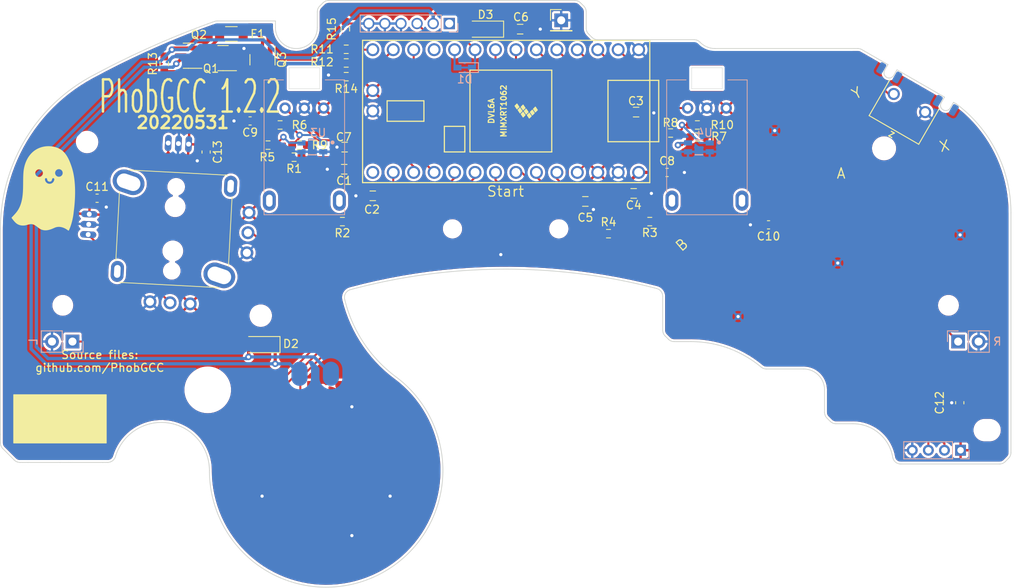
<source format=kicad_pcb>
(kicad_pcb (version 20211014) (generator pcbnew)
  (layers (0 "F.Cu" signal) (31 "B.Cu" signal) (36 "B.SilkS" user "B.Silkscreen") (37 "F.SilkS" user "F.Silkscreen") (38 "B.Mask" user) (39 "F.Mask" user) (44 "Edge.Cuts" user))
  (net 0 "")
  (net 1 "GND")
  (net 2 "+3V3")
  (net 3 "/C_x")
  (net 4 "/C_y")
  (net 5 "/A")
  (net 6 "/B")
  (net 7 "/X")
  (net 8 "/Y")
  (net 9 "/R")
  (net 10 "/Start")
  (net 11 "/Z")
  (net 12 "/Dleft")
  (net 13 "/Dup")
  (net 14 "/Dright")
  (net 15 "/Ddown")
  (net 16 "/Lanalog")
  (net 17 "/Ranalog")
  (net 18 "/Stick_x")
  (net 19 "/Stick_y")
  (net 20 "/L")
  (net 21 "/Stick_x_filt")
  (net 22 "/Stick_y_filt")
  (net 23 "+5V")
  (net 25 "/Rumble")
  (net 27 "/C_x_filt")
  (net 28 "/C_y_filt")
  (net 29 "Net-(R5-Pad2)")
  (net 30 "Net-(R6-Pad2)")
  (net 31 "Net-(R7-Pad2)")
  (net 32 "Net-(Q1-Pad1)")
  (net 33 "Net-(R10-Pad2)")
  (net 34 "Net-(C6-Pad1)")
  (net 35 "Net-(F1-Pad2)")
  (net 36 "Net-(Q1-Pad3)")
  (net 37 "/Brake")
  (net 38 "Net-(Q3-Pad1)")
  (net 39 "Net-(D2-Pad2)")
  (net 40 "/Data")
  (footprint "PhobGCC_Footprints:ABXY_Contact_Omron_Switch" (layer "F.Cu") (at 126.4 62.005417 41)
    (fp_text reference "SW2" hide)
    (fp_text value "B")
  )
  (footprint "Capacitors_SMD:C_0603_HandSoldering" (layer "F.Cu") (at 80.3 46.955417 180)
    (fp_text reference "C1")
    (fp_text value "0.047u")
  )
  (footprint "PhobGCC_Footprints:MountingHole_2.4mm" (layer "F.Cu") (at 147.35 44.355417)
    (fp_text reference "H7" hide)
    (fp_text value "2.4mm")
  )
  (footprint "PhobGCC_Footprints:Slot" (layer "F.Cu") (at 160.15 79.355417)
    (fp_text reference "H2" hide)
    (fp_text value "Slot")
  )
  (footprint "Resistor_SMD:R_0603_1608Metric_Pad0.98x0.95mm_HandSolder" (layer "F.Cu") (at 80.45 29.542917 -90)
    (fp_text reference "R15")
    (fp_text value "10k")
  )
  (footprint "Capacitor_SMD:C_0603_1608Metric_Pad1.08x0.95mm_HandSolder" (layer "F.Cu") (at 133 53.855417 180)
    (fp_text reference "C10")
    (fp_text value "1u")
  )
  (footprint "PhobGCC_Footprints:Z_Switch_Edge" (layer "F.Cu") (at 150.501443 38.730417 -30)
    (fp_text reference "SW8" hide)
    (fp_text value "Z")
  )
  (footprint "Resistor_SMD:R_1206_3216Metric" (layer "F.Cu") (at 66.2875 30.155417)
    (fp_text reference "F1")
    (fp_text value "Fuse")
  )
  (footprint "Capacitors_SMD:C_0603_HandSoldering" (layer "F.Cu") (at 83.85 50.255417 180)
    (fp_text reference "C2")
    (fp_text value "0.047u")
  )
  (footprint "PhobGCC_Footprints:Teensy40_Edge_Pins" (layer "F.Cu") (at 100.36 39.725417 180)
    (fp_text reference "U1" hide)
    (fp_text value "Teensy4.0")
  )
  (footprint "Capacitors_SMD:C_0603_HandSoldering" (layer "F.Cu") (at 80.35 44.205417 180)
    (fp_text reference "C7")
    (fp_text value "0.047u")
  )
  (footprint "Resistor_SMD:R_0603_1608Metric_Pad0.98x0.95mm_HandSolder" (layer "F.Cu") (at 80.55 35.455417)
    (fp_text reference "R14")
    (fp_text value "10k")
  )
  (footprint "Diode_SMD:D_SOD-123" (layer "F.Cu") (at 97.847 29.555417 180)
    (fp_text reference "D3")
    (fp_text value "M7C")
  )
  (footprint "PhobGCC_Footprints:MountingHole_2.2mm" (layer "F.Cu") (at 69.933378 65.138795)
    (fp_text reference "H9" hide)
    (fp_text value "2.2mm")
  )
  (footprint "PhobGCC_Footprints:ABXY_Contact_Omron_Switch" (layer "F.Cu") (at 155.9 50.905417 12)
    (fp_text reference "SW3" hide)
    (fp_text value "X")
  )
  (footprint "Capacitor_SMD:C_0603_1608Metric_Pad1.08x0.95mm_HandSolder" (layer "F.Cu") (at 49.6125 50.555417)
    (fp_text reference "C11")
    (fp_text value "1u")
  )
  (footprint "Resistor_SMD:R_0603_1608Metric_Pad0.98x0.95mm_HandSolder" (layer "F.Cu") (at 80.55 32.055417 180)
    (fp_text reference "R11")
    (fp_text value "100R")
  )
  (footprint "PhobGCC_Footprints:ABXY_Contact_Omron_Switch" (layer "F.Cu") (at 137.6 40.205417 -63)
    (fp_text reference "SW4" hide)
    (fp_text value "Y")
  )
  (footprint "PhobGCC_Footprints:Dpad_Contact_TL3315NF_2" (layer "F.Cu") (at 78.05 92.305417 -90)
    (fp_text reference "SW12" hide)
    (fp_text value "Ddown" hide)
  )
  (footprint "Resistor_SMD:R_0603_1608Metric_Pad0.98x0.95mm_HandSolder" (layer "F.Cu") (at 72.3375 41.455417)
    (fp_text reference "R6")
    (fp_text value "DNP")
  )
  (footprint "PhobGCC_Footprints:ABXY_Contact_Omron_Switch" (layer "F.Cu") (at 141.6 54.305417)
    (fp_text reference "SW1" hide)
    (fp_text value "A")
  )
  (footprint "Capacitors_SMD:C_0603_HandSoldering" (layer "F.Cu") (at 116.55 39.855417)
    (fp_text reference "C3")
    (fp_text value "0.047u")
  )
  (footprint "Resistor_SMD:R_0603_1608Metric_Pad0.98x0.95mm_HandSolder" (layer "F.Cu") (at 80.55 33.755417 180)
    (fp_text reference "R12")
    (fp_text value "100R")
  )
  (footprint "Diode_SMD:D_SOD-123" (layer "F.Cu") (at 70.08 68.735417 180)
    (fp_text reference "D2")
    (fp_text value "M7C")
  )
  (footprint "PhobGCC_Footprints:Dpad_Contact_TL3315NF_2" (layer "F.Cu") (at 86 84.355417 180)
    (fp_text reference "SW11" hide)
    (fp_text value "Dright" hide)
  )
  (footprint "Resistor_SMD:R_0603_1608Metric_Pad0.98x0.95mm_HandSolder" (layer "F.Cu") (at 74.75 43.955417)
    (fp_text reference "R9")
    (fp_text value "DNP")
  )
  (footprint "Resistor_SMD:R_0603_1608Metric_Pad0.98x0.95mm_HandSolder" (layer "F.Cu") (at 70.8375 43.955417)
    (fp_text reference "R5")
    (fp_text value "DNP")
  )
  (footprint "Resistor_SMD:R_0603_1608Metric_Pad0.98x0.95mm_HandSolder" (layer "F.Cu") (at 113.125 54.955417)
    (fp_text reference "R4")
    (fp_text value "2k")
  )
  (footprint "Resistor_SMD:R_0603_1608Metric_Pad0.98x0.95mm_HandSolder" (layer "F.Cu") (at 124.1625 42.955417 180)
    (fp_text reference "R7")
    (fp_text value "DNP")
  )
  (footprint "Capacitor_SMD:C_0603_1608Metric_Pad1.08x0.95mm_HandSolder" (layer "F.Cu") (at 68.6125 40.955417 180)
    (fp_text reference "C9")
    (fp_text value "1u")
  )
  (footprint "PhobGCC_Footprints:Dpad_Contact_TL3315NF_2" (layer "F.Cu") (at 70.1 84.355417 180)
    (fp_text reference "SW9" hide)
    (fp_text value "Dleft" hide)
  )
  (footprint "Package_TO_SOT_SMD:SOT-23" (layer "F.Cu") (at 65.25 33.155417 180)
    (fp_text reference "Q1")
    (fp_text value "Q_NMOS_GSD")
  )
  (footprint "Connector_PinHeader_2.54mm:PinHeader_1x01_P2.54mm_Vertical" (layer "F.Cu") (at 107.25 28.455417)
    (fp_text reference "J3" hide)
    (fp_text value "Conn_01x01_Male")
  )
  (footprint "PhobGCC_Footprints:Start_Contact" (layer "F.Cu") (at 100.35 54.405417)
    (fp_text reference "SW5" hide)
    (fp_text value "Start")
  )
  (footprint "Capacitor_SMD:C_0603_1608Metric_Pad1.08x0.95mm_HandSolder" (layer "F.Cu") (at 63.15 44.817917 -90)
    (fp_text reference "C13")
    (fp_text value "1u")
  )
  (footprint "Package_TO_SOT_SMD:SOT-23" (layer "F.Cu") (at 60.95 32.855417 180)
    (fp_text reference "Q2")
    (fp_text value "Q_PMOS_GDS")
  )
  (footprint "Resistor_SMD:R_0603_1608Metric_Pad0.98x0.95mm_HandSolder" (layer "F.Cu") (at 124.1625 41.455417 180)
    (fp_text reference "R10")
    (fp_text value "DNP")
  )
  (footprint "PhobGCC_Footprints:MountingHole_5.2mm" (layer "F.Cu") (at 63.35 74.355417)
    (fp_text reference "H1" hide)
    (fp_text value "5.2mm")
  )
  (footprint "PhobGCC_Footprints:MountingHole_2.0mm" (layer "F.Cu") (at 45.35 63.855417)
    (fp_text reference "H3" hide)
    (fp_text value "2mm")
  )
  (footprint "PhobGCC_Footprints:MountingHole_2.2mm" (layer "F.Cu") (at 48.366622 43.572038)
    (fp_text reference "H8" hide)
    (fp_text value "2.2mm")
  )
  (footprint "PhobGCC_Footprints:GCC_Stickbox_2" (layer "F.Cu") (at 59.155083 54.353649 -3)
    (fp_text reference "U2" hide)
    (fp_text value "2x DRV5053CAQLPGM Hall Effect Sensors")
  )
  (footprint "Package_TO_SOT_SMD:SOT-23" (layer "F.Cu") (at 70.15 33.355417 -90)
    (fp_text reference "Q3")
    (fp_text value "Q_NMOS_GSD")
  )
  (footprint "PhobGCC_Footprints:Ghost Logo 2" (layer "F.Cu") (at 43.15 49.455417)
    (fp_text reference "G***" hide)
    (fp_text value "LOGO" hide)
  )
  (footprint "Capacitors_SMD:C_0603_HandSoldering" (layer "F.Cu") (at 110.25 50.955417)
    (fp_text reference "C5")
    (fp_text value "0.047u")
  )
  (footprint "PhobGCC_Footprints:MountingHole_2.0mm" (layer "F.Cu") (at 155.35 63.855417)
    (fp_text reference "H4" hide)
    (fp_text value "2mm")
  )
  (footprint "Resistor_SMD:R_0603_1608Metric_Pad0.98x0.95mm_HandSolder" (layer "F.Cu") (at 74.075 45.455417 180)
    (fp_text reference "R1")
    (fp_text value "2k")
  )
  (footprint "Resistor_SMD:R_0603_1608Metric_Pad0.98x0.95mm_HandSolder" (layer "F.Cu") (at 118.25 53.455417)
    (fp_text reference "R3")
    (fp_text value "2k")
  )
  (footprint "Capacitors_SMD:C_0603_HandSoldering" (layer "F.Cu") (at 116.25 49.955417)
    (fp_text reference "C4")
    (fp_text value "0.047u")
  )
  (footprint "Resistor_SMD:R_0603_1608Metric_Pad0.98x0.95mm_HandSolder" (layer "F.Cu") (at 57.95 33.855417 90)
    (fp_text reference "R13")
    (fp_text value "10k")
  )
  (footprint "Capacitor_SMD:C_0603_1608Metric_Pad1.08x0.95mm_HandSolder" (layer "F.Cu") (at 120.4 47.355417)
    (fp_text reference "C8")
    (fp_text value "1u")
  )
  (footprint "Capacitor_SMD:C_0603_1608Metric_Pad1.08x0.95mm_HandSolder" (layer "F.Cu") (at 156.75 75.955417 90)
    (fp_text reference "C12")
    (fp_text value "1u")
  )
  (footprint "Resistor_SMD:R_0603_1608Metric_Pad0.98x0.95mm_HandSolder" (layer "F.Cu") (at 80.075 53.455417 180)
    (fp_text reference "R2")
    (fp_text value "2k")
  )
  (footprint "PhobGCC_Footprints:Dpad_Contact_TL3315NF_2" (layer "F.Cu") (at 78.05 76.405417 -90)
    (fp_text reference "SW10" hide)
    (fp_text value "Dup" hide)
  )
  (footprint "Capacitors_SMD:C_0603_HandSoldering" (layer "F.Cu") (at 102.15 29.555417)
    (fp_text reference "C6")
    (fp_text value "10u")
  )
  (footprint "PhobGCC_Footprints:MountingHole_1.8mm" (layer "F.Cu") (at 106.95 54.355417)
    (fp_text reference "H6" hide)
    (fp_text value "1.8mm")
  )
  (footprint "Resistor_SMD:R_0603_1608Metric_Pad0.98x0.95mm_HandSolder" (layer "F.Cu") (at 120.8375 42.455417 180)
    (fp_text reference "R8")
    (fp_text value "DNP")
  )
  (footprint "PhobGCC_Footprints:MountingHole_1.8mm" (layer "F.Cu") (at 93.75 54.355417)
    (fp_text reference "H5" hide)
    (fp_text value "1.8mm")
  )
  (footprint "PhobGCC_Footprints:GCC_Header_Straight_1x06_Pitch2.00mm" (layer "B.Cu") (at 93.35 28.855417 90)
    (fp_text reference "J1" hide)
    (fp_text value "Conn_01x06_Female")
  )
  (footprint "PhobGCC_Footprints:GCC_Slider" (layer "B.Cu") (at 125.35 39.355417 180)
    (fp_text reference "RV2" hide)
    (fp_text value "R_POT_MountingPin")
  )
  (footprint "PhobGCC_Footprints:Pin_Header_Straight_1x02_Pitch2.54mm" (layer "B.Cu") (at 75.542 72.343417 -90)
    (fp_text reference "J5" hide)
    (fp_text value "Conn_01x02_Male" hide)
  )
  (footprint "PhobGCC_Footprints:GCC_Slider" (layer "B.Cu") (at 75.35 39.355417 180)
    (fp_text reference "RV1" hide)
    (fp_text value "R_POT_MountingPin")
  )
  (footprint "PhobGCC_Footprints:Sharp_Microelectronics-GP2S60-MFG" (layer "B.Cu") (at 76.35 44.230417 180)
    (fp_text reference "U3")
    (fp_text value "GP2S60-MFG" hide)
  )
  (footprint "PhobGCC_Footprints:Sharp_Microelectronics-GP2S60-MFG" (layer "B.Cu") (at 124.35 44.230417 180)
    (fp_text reference "U4")
    (fp_text value "GP2S60-MFG" hide)
  )
  (footprint "PhobGCC_Footprints:D_SOD-523_Shorted" (layer "B.Cu") (at 95.267 34.330417 180)
    (fp_text reference "D1")
    (fp_text value "D_Schottky_Shorted")
  )
  (footprint "PhobGCC_Footprints:Pin_Header_Straight_1x02_Pitch2.54mm" (layer "B.Cu") (at 156.55 68.355417 -90)
    (fp_text reference "SW7" hide)
    (fp_text value "R")
  )
  (footprint "Pin_Headers:Pin_Header_Straight_1x04_Pitch2.00mm" (layer "B.Cu") (at 156.85 81.855417 90)
    (fp_text reference "J2" hide)
    (fp_text value "Conn_01x04_Female")
  )
  (footprint "PhobGCC_Footprints:Pin_Header_Straight_1x02_Pitch2.54mm" (layer "B.Cu") (at 46.55 68.355417 90)
    (fp_text reference "SW6" hide)
    (fp_text value "L")
  )
  (gr_poly (pts (xy 50.75 80.955417) (xy 39.25 80.955417) (xy 39.25 74.955417) (xy 50.75 74.955417)) (layer "F.SilkS") (width 0.1) (fill solid))
  (gr_line (start 71.757106 29.362524) (end 71.757106 28.535532) (layer "Edge.Cuts") (width 0.1))
  (gr_arc (start 120.149999 67.655417) (mid 119.93321 67.330997) (end 119.857106 66.94831) (layer "Edge.Cuts") (width 0.1))
  (gr_line (start 110.357106 29.449792) (end 110.357106 27.40638) (layer "Edge.Cuts") (width 0.1))
  (gr_line (start 119.857106 62.736714) (end 119.857106 66.94831) (layer "Edge.Cuts") (width 0.1))
  (gr_line (start 147.425954 34.649933) (end 147.824731 33.956408) (layer "Edge.Cuts") (width 0.1))
  (gr_line (start 71.757106 28.535532) (end 64.529945 28.535532) (layer "Edge.Cuts") (width 0.1))
  (gr_line (start 123.76817 30.864006) (end 111.771319 30.864006) (layer "Edge.Cuts") (width 0.1))
  (gr_line (start 154.846672 37.994024) (end 148.951709 34.60442) (layer "Edge.Cuts") (width 0.1))
  (gr_line (start 110.064212 26.699273) (end 109.649999 26.28506) (layer "Edge.Cuts") (width 0.1))
  (gr_arc (start 143.494914 78.562523) (mid 146.722398 79.743717) (end 148.424982 82.72919) (layer "Edge.Cuts") (width 0.1))
  (gr_arc (start 126.357106 31.962524) (mid 125.341533 31.75598) (end 124.487319 31.16915) (layer "Edge.Cuts") (width 0.1))
  (gr_line (start 144.090102 31.962524) (end 126.357106 31.962524) (layer "Edge.Cuts") (width 0.1))
  (gr_arc (start 37.899999 81.655417) (mid 37.683203 81.330992) (end 37.607 80.94831) (layer "Edge.Cuts") (width 0.1))
  (gr_arc (start 64.193548 28.593812) (mid 64.359242 28.550217) (end 64.529945 28.535532) (layer "Edge.Cuts") (width 0.1))
  (gr_arc (start 148.552932 35.297945) (mid 147.665364 35.53749) (end 147.425954 34.649933) (layer "Edge.Cuts") (width 0.1))
  (gr_line (start 37.607107 65.47292) (end 37.607 54.362522) (layer "Edge.Cuts") (width 0.1))
  (gr_arc (start 81.070992 61.910494) (mid 100.081099 59.363039) (end 119.109616 61.76912) (layer "Edge.Cuts") (width 0.1))
  (gr_arc (start 51.885291 82.649816) (mid 51.525506 83.164954) (end 50.93 83.365417) (layer "Edge.Cuts") (width 0.1))
  (gr_arc (start 37.607105 54.362522) (mid 40.64857 43.324562) (end 48.914446 35.402291) (layer "Edge.Cuts") (width 0.1))
  (gr_arc (start 144.090102 31.962523) (mid 144.348068 31.996372) (end 144.588573 32.095617) (layer "Edge.Cuts") (width 0.1))
  (gr_line (start 121.271319 68.362524) (end 123.357106 68.362524) (layer "Edge.Cuts") (width 0.1))
  (gr_arc (start 108.942893 25.992166) (mid 109.325575 26.068288) (end 109.649999 26.28506) (layer "Edge.Cuts") (width 0.1))
  (gr_line (start 77.664212 26.28506) (end 77.249999 26.699273) (layer "Edge.Cuts") (width 0.1))
  (gr_line (start 45.005 83.365374) (end 41.005 83.365374) (layer "Edge.Cuts") (width 0.1))
  (gr_line (start 132.727271 71.762524) (end 137.357106 71.762524) (layer "Edge.Cuts") (width 0.1))
  (gr_arc (start 121.271318 68.362524) (mid 120.888636 68.286405) (end 120.564212 68.06963) (layer "Edge.Cuts") (width 0.1))
  (gr_line (start 123.45 34.355417) (end 127.25 34.355417) (layer "Edge.Cuts") (width 0.05))
  (gr_arc (start 163.107106 82.148311) (mid 163.031001 82.531003) (end 162.814212 82.855417) (layer "Edge.Cuts") (width 0.1))
  (gr_line (start 41.005 83.365374) (end 40.023 83.365417) (layer "Edge.Cuts") (width 0.1))
  (gr_arc (start 86.721543 72.735936) (mid 82.698817 68.480178) (end 80.358865 63.111898) (layer "Edge.Cuts") (width 0.1))
  (gr_line (start 77.25 34.355417) (end 77.25 36.955417) (layer "Edge.Cuts") (width 0.05))
  (gr_arc (start 76.957106 27.40638) (mid 77.03324 27.023702) (end 77.249999 26.699273) (layer "Edge.Cuts") (width 0.1))
  (gr_line (start 73.45 36.955417) (end 73.45 34.355417) (layer "Edge.Cuts") (width 0.05))
  (gr_line (start 50.306 83.365374) (end 46.306 83.365374) (layer "Edge.Cuts") (width 0.1))
  (gr_line (start 149.410995 83.562524) (end 161.692892 83.562524) (layer "Edge.Cuts") (width 0.1))
  (gr_line (start 156.357106 38.862524) (end 155.97365 38.642037) (layer "Edge.Cuts") (width 0.1))
  (gr_line (start 50.93 83.365417) (end 50.306 83.365374) (layer "Edge.Cuts") (width 0.1))
  (gr_line (start 163.107106 82.14831) (end 163.107106 52.362524) (layer "Edge.Cuts") (width 0.1))
  (gr_line (start 37.9 81.655417) (end 39.314213 83.06963) (layer "Edge.Cuts") (width 0.1))
  (gr_arc (start 111.771319 30.864006) (mid 111.388632 30.787892) (end 111.064212 30.571113) (layer "Edge.Cuts") (width 0.1))
  (gr_line (start 37.607107 65.47292) (end 37.607107 79.889417) (layer "Edge.Cuts") (width 0.1))
  (gr_line (start 154.447895 38.687549) (end 154.846672 37.994024) (layer "Edge.Cuts") (width 0.1))
  (gr_arc (start 141.371318 78.562524) (mid 140.988636 78.486405) (end 140.664212 78.26963) (layer "Edge.Cuts") (width 0.1))
  (gr_line (start 148.951709 34.60442) (end 148.552932 35.297946) (layer "Edge.Cuts") (width 0.1))
  (gr_arc (start 110.649999 30.156899) (mid 110.433237 29.832472) (end 110.357106 29.449792) (layer "Edge.Cuts") (width 0.1))
  (gr_line (start 73.45 34.355417) (end 77.25 34.355417) (layer "Edge.Cuts") (width 0.05))
  (gr_arc (start 119.109616 61.76912) (mid 119.648442 62.125376) (end 119.857106 62.736714) (layer "Edge.Cuts") (width 0.1))
  (gr_line (start 162.399999 83.26963) (end 162.814212 82.855417) (layer "Edge.Cuts") (width 0.1))
  (gr_line (start 141.371319 78.562524) (end 143.494915 78.562524) (layer "Edge.Cuts") (width 0.1))
  (gr_arc (start 140.249999 77.855417) (mid 140.03321 77.530997) (end 139.957106 77.14831) (layer "Edge.Cuts") (width 0.1))
  (gr_arc (start 77.664212 26.285059) (mid 77.988634 26.068282) (end 78.371319 25.992166) (layer "Edge.Cuts") (width 0.1))
  (gr_arc (start 123.357106 68.362523) (mid 127.999987 69.178828) (end 132.085996 71.529834) (layer "Edge.Cuts") (width 0.1))
  (gr_line (start 120.149999 67.655417) (end 120.564212 68.06963) (layer "Edge.Cuts") (width 0.1))
  (gr_line (start 77.25 36.955417) (end 73.45 36.955417) (layer "Edge.Cuts") (width 0.05))
  (gr_arc (start 162.399999 83.269631) (mid 162.075573 83.486395) (end 161.692892 83.562524) (layer "Edge.Cuts") (width 0.1))
  (gr_line (start 140.249999 77.855417) (end 140.664212 78.26963) (layer "Edge.Cuts") (width 0.1))
  (gr_line (start 76.957106 27.40638) (end 76.957106 29.362524) (layer "Edge.Cuts") (width 0.1))
  (gr_line (start 37.607107 79.889417) (end 37.607 80.94831) (layer "Edge.Cuts") (width 0.1))
  (gr_arc (start 76.957106 29.362524) (mid 74.357106 31.962524) (end 71.757106 29.362524) (layer "Edge.Cuts") (width 0.1))
  (gr_arc (start 137.357106 71.762524) (mid 139.195588 72.524051) (end 139.957106 74.362524) (layer "Edge.Cuts") (width 0.1))
  (gr_arc (start 156.357106 38.862524) (mid 161.325563 44.815796) (end 163.107106 52.362524) (layer "Edge.Cuts") (width 0.1))
  (gr_line (start 123.45 36.955417) (end 123.45 34.355417) (layer "Edge.Cuts") (width 0.05))
  (gr_arc (start 86.721544 72.735936) (mid 84.561553 97.321775) (end 63.557105 84.362524) (layer "Edge.Cuts") (width 0.1))
  (gr_arc (start 80.358864 63.111897) (mid 80.470473 62.366295) (end 81.070992 61.910493) (layer "Edge.Cuts") (width 0.1))
  (gr_line (start 45.005 83.365374) (end 46.306 83.365374) (layer "Edge.Cuts") (width 0.1))
  (gr_line (start 139.957106 74.362524) (end 139.957106 77.14831) (layer "Edge.Cuts") (width 0.1))
  (gr_arc (start 155.574873 39.335561) (mid 154.687385 39.575052) (end 154.447895 38.687549) (layer "Edge.Cuts") (width 0.1))
  (gr_line (start 127.25 34.355417) (end 127.25 36.955417) (layer "Edge.Cuts") (width 0.05))
  (gr_arc (start 51.885292 82.649816) (mid 58.461063 78.464122) (end 63.557105 84.362524) (layer "Edge.Cuts") (width 0.1))
  (gr_line (start 108.942892 25.992166) (end 78.371319 25.992166) (layer "Edge.Cuts") (width 0.1))
  (gr_arc (start 149.410994 83.562524) (mid 148.765478 83.326294) (end 148.424982 82.72919) (layer "Edge.Cuts") (width 0.1))
  (gr_line (start 111.064212 30.571113) (end 110.649999 30.156899) (layer "Edge.Cuts") (width 0.1))
  (gr_line (start 127.25 36.955417) (end 123.45 36.955417) (layer "Edge.Cuts") (width 0.05))
  (gr_line (start 147.824731 33.956408) (end 144.588573 32.095617) (layer "Edge.Cuts") (width 0.1))
  (gr_line (start 155.97365 38.642037) (end 155.574873 39.335562) (layer "Edge.Cuts") (width 0.1))
  (gr_arc (start 110.064213 26.699273) (mid 110.281021 27.023687) (end 110.357106 27.40638) (layer "Edge.Cuts") (width 0.1))
  (gr_arc (start 132.727271 71.762523) (mid 132.386175 71.702555) (end 132.085996 71.529834) (layer "Edge.Cuts") (width 0.1))
  (gr_arc (start 123.76817 30.864006) (mid 124.15877 30.94345) (end 124.487319 31.16915) (layer "Edge.Cuts") (width 0.1))
  (gr_arc (start 48.914445 35.402291) (mid 56.42439 31.707198) (end 64.193548 28.593811) (layer "Edge.Cuts") (width 0.1))
  (gr_arc (start 40.023 83.365417) (mid 39.639398 83.287515) (end 39.314213 83.06963) (layer "Edge.Cuts") (width 0.1))
  (gr_text "Source files:\ngithub.com/PhobGCC" (at 49.95 70.805417) (layer "F.SilkS") (effects (font (size 1 1))))
  (gr_text "20220531" (at 60.25 41.155417) (layer "F.SilkS") (effects (font (size 1.5 1.5) (thickness 0.3))))
  (gr_text "PhobGCC 1.2.2" (at 61.15 37.955417) (layer "F.SilkS") (effects (font (size 4 2) (thickness 0.3))))
  (segment (start 62.05 45.905417) (end 62.275 45.680417) (width 0.25) (layer "F.Cu") (net 1))
  (segment (start 66.1875 32.205417) (end 67.6 32.205417) (width 0.4) (layer "F.Cu") (net 1))
  (segment (start 67.75 40.955417) (end 66.6125 40.955417) (width 0.25) (layer "F.Cu") (net 1))
  (segment (start 50.475 50.555417) (end 50.475 51.380417) (width 0.25) (layer "F.Cu") (net 1))
  (segment (start 79.6375 35.455417) (end 78.55 35.455417) (width 0.25) (layer "F.Cu") (net 1))
  (segment (start 122.55 47.355417) (end 121.35 47.355417) (width 0.4) (layer "F.Cu") (net 1))
  (segment (start 69.2 32.417917) (end 68.6125 32.417917) (width 0.4) (layer "F.Cu") (net 1))
  (segment (start 111.25 51.955417) (end 111.25 51.005417) (width 0.25) (layer "F.Cu") (net 1))
  (segment (start 67.6 32.205417) (end 67.85 31.955417) (width 0.4) (layer "F.Cu") (net 1))
  (segment (start 156.6125 75.092917) (end 155.75 75.955417) (width 0.25) (layer "F.Cu") (net 1))
  (segment (start 118.65 39.855417) (end 118.75 39.955417) (width 0.25) (layer "F.Cu") (net 1))
  (segment (start 117.2 49.955417) (end 118.450002 49.955417) (width 0.25) (layer "F.Cu") (net 1))
  (segment (start 117.5 39.855417) (end 118.65 39.855417) (width 0.25) (layer "F.Cu") (net 1))
  (segment (start 132.05 53.855417) (end 130.75 53.855417) (width 0.4) (layer "F.Cu") (net 1))
  (segment (start 78.55 35.455417) (end 78.35 35.255417) (width 0.25) (layer "F.Cu") (net 1))
  (segment (start 62.275 45.680417) (end 63.15 45.680417) (width 0.25) (layer "F.Cu") (net 1))
  (segment (start 50.475 51.380417) (end 50.75 51.655417) (width 0.25) (layer "F.Cu") (net 1))
  (segment (start 68.15 31.955417) (end 67.85 31.955417) (width 0.4) (layer "F.Cu") (net 1))
  (segment (start 79.35 46.955417) (end 78.200002 46.955417) (width 0.25) (layer "F.Cu") (net 1))
  (segment (start 68.6125 32.417917) (end 68.15 31.955417) (width 0.4) (layer "F.Cu") (net 1))
  (segment (start 82.9 50.255417) (end 81.750002 50.255417) (width 0.25) (layer "F.Cu") (net 1))
  (segment (start 80.675 28.855417) (end 83.35 28.855417) (width 0.25) (layer "F.Cu") (net 1))
  (segment (start 103.1 29.555417) (end 104.65 29.555417) (width 0.4) (layer "F.Cu") (net 1))
  (via (at 66.6125 40.955417) (size 0.8) (drill 0.4) (layers "F.Cu" "B.Cu") (net 1))
  (via (at 99.75 57.555417) (size 0.8) (drill 0.4) (layers "F.Cu" "B.Cu") (net 1))
  (via (at 130.75 53.855417) (size 0.8) (drill 0.4) (layers "F.Cu" "B.Cu") (net 1))
  (via (at 118.75 39.955417) (size 0.8) (drill 0.4) (layers "F.Cu" "B.Cu") (net 1))
  (via (at 86 87.555417) (size 0.8) (drill 0.4) (layers "F.Cu" "B.Cu") (net 1))
  (via (at 78.200002 46.955417) (size 0.8) (drill 0.4) (layers "F.Cu" "B.Cu") (net 1))
  (via (at 122.55 47.355417) (size 0.8) (drill 0.4) (layers "F.Cu" "B.Cu") (net 1))
  (via (at 79.4 44.205417) (size 0.8) (drill 0.4) (layers "F.Cu" "B.Cu") (net 1))
  (via (at 111.25 51.955417) (size 0.8) (drill 0.4) (layers "F.Cu" "B.Cu") (net 1))
  (via (at 81.25 76.455417) (size 0.8) (drill 0.4) (layers "F.Cu" "B.Cu") (net 1))
  (via (at 81.750002 50.255417) (size 0.8) (drill 0.4) (layers "F.Cu" "B.Cu") (net 1))
  (via (at 78.35 35.255417) (size 0.8) (drill 0.4) (layers "F.Cu" "B.Cu") (net 1))
  (via (at 62.05 45.905417) (size 0.8) (drill 0.4) (layers "F.Cu" "B.Cu") (net 1))
  (via (at 155.75 75.955417) (size 0.8) (drill 0.4) (layers "F.Cu" "B.Cu") (net 1))
  (via (at 81.25 92.455417) (size 0.8) (drill 0.4) (layers "F.Cu" "B.Cu") (net 1))
  (via (at 104.65 29.555417) (size 0.8) (drill 0.4) (layers "F.Cu" "B.Cu") (net 1))
  (via (at 118.450002 49.955417) (size 0.8) (drill 0.4) (layers "F.Cu" "B.Cu") (net 1))
  (via (at 70.1 87.555417) (size 0.8) (drill 0.4) (layers "F.Cu" "B.Cu") (net 1))
  (via (at 67.85 31.955417) (size 0.8) (drill 0.4) (layers "F.Cu" "B.Cu") (net 1))
  (via (at 50.75 51.655417) (size 0.8) (drill 0.4) (layers "F.Cu" "B.Cu") (net 1))
  (segment (start 77.7 44.780417) (end 78.825 44.780417) (width 0.25) (layer "B.Cu") (net 1))
  (segment (start 78.825 44.780417) (end 79.4 44.205417) (width 0.25) (layer "B.Cu") (net 1))
  (segment (start 119.075 53.455417) (end 127.29 53.455417) (width 0.25) (layer "F.Cu") (net 3))
  (segment (start 154.85 81.015417) (end 154.85 81.355417) (width 0.25) (layer "F.Cu") (net 3))
  (segment (start 127.29 53.455417) (end 154.85 81.015417) (width 0.25) (layer "F.Cu") (net 3))
  (segment (start 152.85 80.075417) (end 152.85 81.855417) (width 0.25) (layer "F.Cu") (net 4))
  (segment (start 127.73 54.955417) (end 152.85 80.075417) (width 0.25) (layer "F.Cu") (net 4))
  (segment (start 113.95 54.955417) (end 127.73 54.955417) (width 0.25) (layer "F.Cu") (net 4))
  (segment (start 129.25 40.455417) (end 129.25 38.330417) (width 0.25) (layer "F.Cu") (net 5))
  (segment (start 141.6 49.205417) (end 140.55 48.155417) (width 0.25) (layer "F.Cu") (net 5))
  (segment (start 128.25 41.455417) (end 129.25 40.455417) (width 0.25) (layer "F.Cu") (net 5))
  (segment (start 107.369989 35.305406) (end 104.17 32.105417) (width 0.25) (layer "F.Cu") (net 5))
  (segment (start 121.099989 35.305406) (end 107.369989 35.305406) (width 0.25) (layer "F.Cu") (net 5))
  (segment (start 130.45 48.155417) (end 128.25 45.955417) (width 0.25) (layer "F.Cu") (net 5))
  (segment (start 123.15 37.355417) (end 121.099989 35.305406) (width 0.25) (layer "F.Cu") (net 5))
  (segment (start 128.275 37.355417) (end 123.15 37.355417) (width 0.25) (layer "F.Cu") (net 5))
  (segment (start 128.25 45.955417) (end 128.25 41.455417) (width 0.25) (layer "F.Cu") (net 5))
  (segment (start 140.55 48.155417) (end 130.45 48.155417) (width 0.25) (layer "F.Cu") (net 5))
  (segment (start 129.25 38.330417) (end 128.275 37.355417) (width 0.25) (layer "F.Cu") (net 5))
  (segment (start 110.95 55.955417) (end 120.769265 55.955417) (width 0.25) (layer "F.Cu") (net 6))
  (segment (start 101.63 47.345417) (end 102.34 47.345417) (width 0.25) (layer "F.Cu") (net 6))
  (segment (start 102.34 47.345417) (end 110.95 55.955417) (width 0.25) (layer "F.Cu") (net 6))
  (segment (start 120.769265 55.955417) (end 120.769265 55.96035) (width 0.25) (layer "F.Cu") (net 6))
  (segment (start 120.769265 55.96035) (end 123.644552 58.835637) (width 0.25) (layer "F.Cu") (net 6))
  (segment (start 141.549989 32.955406) (end 121.412124 32.955406) (width 0.25) (layer "F.Cu") (net 7))
  (segment (start 120.562155 33.805375) (end 113.489958 33.805375) (width 0.25) (layer "F.Cu") (net 7))
  (segment (start 155.25 46.655417) (end 141.549989 32.955406) (width 0.25) (layer "F.Cu") (net 7))
  (segment (start 121.412124 32.955406) (end 120.562155 33.805375) (width 0.25) (layer "F.Cu") (net 7))
  (segment (start 113.489958 33.805375) (end 111.79 32.105417) (width 0.25) (layer "F.Cu") (net 7))
  (segment (start 142.25 35.455417) (end 142.25 37.412735) (width 0.25) (layer "F.Cu") (net 8))
  (segment (start 120.769267 34.305385) (end 121.619235 33.455417) (width 0.25) (layer "F.Cu") (net 8))
  (segment (start 121.619235 33.455417) (end 140.25 33.455417) (width 0.25) (layer "F.Cu") (net 8))
  (segment (start 140.25 33.455417) (end 142.25 35.455417) (width 0.25) (layer "F.Cu") (net 8))
  (segment (start 109.25 32.105417) (end 111.449968 34.305385) (width 0.25) (layer "F.Cu") (net 8))
  (segment (start 111.449968 34.305385) (end 120.769267 34.305385) (width 0.25) (layer "F.Cu") (net 8))
  (segment (start 153.15 56.855417) (end 153.15 63.425417) (width 0.25) (layer "F.Cu") (net 9))
  (segment (start 129.99 36.481511) (end 129.99 40.665293) (width 0.25) (layer "F.Cu") (net 9))
  (segment (start 122.95 33.955417) (end 127.463906 33.955417) (width 0.25) (layer "F.Cu") (net 9))
  (segment (start 143.75 47.455417) (end 153.15 56.855417) (width 0.25) (layer "F.Cu") (net 9))
  (segment (start 129.99 40.665293) (end 128.84 41.815293) (width 0.25) (layer "F.Cu") (net 9))
  (segment (start 153.15 64.955417) (end 156.55 68.355417) (width 0.25) (layer "F.Cu") (net 9))
  (segment (start 109.409978 34.805395) (end 122.100022 34.805395) (width 0.25) (layer "F.Cu") (net 9))
  (segment (start 122.100022 34.805395) (end 122.95 33.955417) (width 0.25) (layer "F.Cu") (net 9))
  (segment (start 127.463906 33.955417) (end 129.99 36.481511) (width 0.25) (layer "F.Cu") (net 9))
  (segment (start 153.15 63.425417) (end 153.15 64.955417) (width 0.25) (layer "F.Cu") (net 9))
  (segment (start 131.25 47.455417) (end 143.75 47.455417) (width 0.25) (layer "F.Cu") (net 9))
  (segment (start 128.84 41.815293) (end 128.84 45.045417) (width 0.25) (layer "F.Cu") (net 9))
  (segment (start 128.84 45.045417) (end 131.25 47.455417) (width 0.25) (layer "F.Cu") (net 9))
  (segment (start 106.71 32.105417) (end 109.409978 34.805395) (width 0.25) (layer "F.Cu") (net 9))
  (segment (start 99.09 48.295417) (end 100.85 50.055417) (width 0.25) (layer "F.Cu") (net 10))
  (segment (start 99.09 47.345417) (end 99.09 48.295417) (width 0.25) (layer "F.Cu") (net 10))
  (segment (start 100.85 51.205417) (end 100.85 50.055417) (width 0.25) (layer "F.Cu") (net 10))
  (segment (start 119.585524 32.455395) (end 118.735553 33.305366) (width 0.25) (layer "F.Cu") (net 11))
  (segment (start 147.9 37.605417) (end 142.749978 32.455395) (width 0.25) (layer "F.Cu") (net 11))
  (segment (start 142.749978 32.455395) (end 119.585524 32.455395) (width 0.25) (layer "F.Cu") (net 11))
  (segment (start 115.529948 33.305365) (end 114.33 32.105417) (width 0.25) (layer "F.Cu") (net 11))
  (segment (start 148.552886 37.605417) (end 147.9 37.605417) (width 0.25) (layer "F.Cu") (net 11))
  (segment (start 118.735553 33.305366) (end 115.529948 33.305365) (width 0.25) (layer "F.Cu") (net 11))
  (segment (start 72.25 77.955417) (end 72.25 73.465417) (width 0.25) (layer "F.Cu") (net 12))
  (segment (start 79.6 56.555417) (end 85.475 56.555417) (width 0.25) (layer "F.Cu") (net 12))
  (segment (start 94.01 48.020417) (end 94.01 47.345417) (width 0.25) (layer "F.Cu") (net 12))
  (segment (start 70.1 80.105417) (end 72.25 77.955417) (width 0.25) (layer "F.Cu") (net 12))
  (segment (start 85.475 56.555417) (end 94.01 48.020417) (width 0.25) (layer "F.Cu") (net 12))
  (segment (start 76.5 69.215417) (end 76.5 59.655417) (width 0.25) (layer "F.Cu") (net 12))
  (segment (start 72.25 73.465417) (end 76.5 69.215417) (width 0.25) (layer "F.Cu") (net 12))
  (segment (start 70.1 81.155417) (end 70.1 80.105417) (width 0.25) (layer "F.Cu") (net 12))
  (segment (start 76.5 59.655417) (end 79.6 56.555417) (width 0.25) (layer "F.Cu") (net 12))
  (segment (start 86.35 58.155417) (end 81.05 58.155417) (width 0.25) (layer "F.Cu") (net 13))
  (segment (start 96.55 47.955417) (end 86.35 58.155417) (width 0.25) (layer "F.Cu") (net 13))
  (segment (start 74.85 72.915417) (end 74.85 76.405417) (width 0.25) (layer "F.Cu") (net 13))
  (segment (start 81.05 58.155417) (end 78.05 61.155417) (width 0.25) (layer "F.Cu") (net 13))
  (segment (start 78.05 69.715417) (end 74.85 72.915417) (width 0.25) (layer "F.Cu") (net 13))
  (segment (start 78.05 61.155417) (end 78.05 69.715417) (width 0.25) (layer "F.Cu") (net 13))
  (segment (start 86 81.155417) (end 86 76.155417) (width 0.25) (layer "F.Cu") (net 14))
  (segment (start 86 76.155417) (end 79 69.155417) (width 0.25) (layer "F.Cu") (net 14))
  (segment (start 79 61.905417) (end 81.95 58.955417) (width 0.25) (layer "F.Cu") (net 14))
  (segment (start 86.842351 58.955417) (end 97.85 47.947768) (width 0.25) (layer "F.Cu") (net 14))
  (segment (start 97.85 38.755417) (end 101.63 34.975417) (width 0.25) (layer "F.Cu") (net 14))
  (segment (start 97.85 47.947768) (end 97.85 38.755417) (width 0.25) (layer "F.Cu") (net 14))
  (segment (start 101.63 34.975417) (end 101.63 32.105417) (width 0.25) (layer "F.Cu") (net 14))
  (segment (start 79 69.155417) (end 79 61.905417) (width 0.25) (layer "F.Cu") (net 14))
  (segment (start 81.95 58.955417) (end 86.842351 58.955417) (width 0.25) (layer "F.Cu") (net 14))
  (segment (start 77.25 69.515417) (end 73.25 73.515417) (width 0.25) (layer "F.Cu") (net 15))
  (segment (start 95.25 38.655417) (end 95.25 48.055417) (width 0.25) (layer "F.Cu") (net 15))
  (segment (start 99.09 32.105417) (end 99.09 34.815417) (width 0.25) (layer "F.Cu") (net 15))
  (segment (start 80.35 57.355417) (end 77.25 60.455417) (width 0.25) (layer "F.Cu") (net 15))
  (segment (start 74.75 81.852906) (end 74.75 92.205417) (width 0.25) (layer "F.Cu") (net 15))
  (segment (start 95.25 48.055417) (end 85.95 57.355417) (width 0.25) (layer "F.Cu") (net 15))
  (segment (start 73.25 73.515417) (end 73.25 80.352906) (width 0.25) (layer "F.Cu") (net 15))
  (segment (start 99.09 34.815417) (end 95.25 38.655417) (width 0.25) (layer "F.Cu") (net 15))
  (segment (start 77.25 60.455417) (end 77.25 69.515417) (width 0.25) (layer "F.Cu") (net 15))
  (segment (start 85.95 57.355417) (end 80.35 57.355417) (width 0.25) (layer "F.Cu") (net 15))
  (segment (start 73.25 80.352906) (end 74.75 81.852906) (width 0.25) (layer "F.Cu") (net 15))
  (segment (start 81.3 44.205417) (end 81.3 43.355417) (width 0.25) (layer "F.Cu") (net 16))
  (segment (start 76.95 43.355417) (end 81.3 43.355417) (width 0.25) (layer "F.Cu") (net 16))
  (segment (start 76.35 43.955417) (end 76.95 43.355417) (width 0.25) (layer "F.Cu") (net 16))
  (segment (start 72.95 39.355417) (end 76.95 43.355417) (width 0.25) (layer "F.Cu") (net 16))
  (segment (start 87.48 43.355417) (end 91.47 47.345417) (width 0.25) (layer "F.Cu") (net 16))
  (segment (start 75.6625 43.955417) (end 76.35 43.955417) (width 0.25) (layer "F.Cu") (net 16))
  (segment (start 81.3 43.355417) (end 87.48 43.355417) (width 0.25) (layer "F.Cu") (net 16))
  (segment (start 119.65 40.955417) (end 115.64 40.955417) (width 0.25) (layer "F.Cu") (net 17))
  (segment (start 115.64 40.955417) (end 109.25 47.345417) (width 0.25) (layer "F.Cu") (net 17))
  (segment (start 115.6 40.915417) (end 115.64 40.955417) (width 0.25) (layer "F.Cu") (net 17))
  (segment (start 121.25 39.355417) (end 119.65 40.955417) (width 0.25) (layer "F.Cu") (net 17))
  (segment (start 122.95 39.355417) (end 121.25 39.355417) (width 0.25) (layer "F.Cu") (net 17))
  (segment (start 119.65 42.180417) (end 119.65 40.955417) (width 0.25) (layer "F.Cu") (net 17))
  (segment (start 115.6 39.855417) (end 115.6 40.915417) (width 0.25) (layer "F.Cu") (net 17))
  (segment (start 64.1 47.455417) (end 65.535987 46.01943) (width 0.25) (layer "F.Cu") (net 18))
  (segment (start 61.05 47.455417) (end 64.1 47.455417) (width 0.25) (layer "F.Cu") (net 18))
  (segment (start 65.535987 46.01943) (end 72.685987 46.01943) (width 0.25) (layer "F.Cu") (net 18))
  (segment (start 61.05 47.455417) (end 58.441585 44.847002) (width 0.25) (layer "F.Cu") (net 18))
  (segment (start 56.75 46.538587) (end 58.441585 44.847002) (width 0.25) (layer "F.Cu") (net 18))
  (segment (start 56.75 61.617449) (end 56.75 46.848417) (width 0.25) (layer "F.Cu") (net 18))
  (segment (start 58.441585 44.847002) (end 58.441585 43.701709) (width 0.25) (layer "F.Cu") (net 18))
  (segment (start 58.673592 63.541041) (end 56.75 61.617449) (width 0.25) (layer "F.Cu") (net 18))
  (segment (start 72.685987 46.01943) (end 73.25 45.455417) (width 0.25) (layer "F.Cu") (net 18))
  (segment (start 56.75 46.848417) (end 56.75 46.538587) (width 0.25) (layer "F.Cu") (net 18))
  (segment (start 48.503143 55.067147) (end 49.75 56.314004) (width 0.25) (layer "F.Cu") (net 19))
  (segment (start 49.75 61.455417) (end 49.75 56.855417) (width 0.25) (layer "F.Cu") (net 19))
  (segment (start 49.75 56.314004) (end 49.75 56.855417) (width 0.25) (layer "F.Cu") (net 19))
  (segment (start 62.5 66.705417) (end 55 66.705417) (width 0.25) (layer "F.Cu") (net 19))
  (segment (start 70.25 58.955417) (end 62.5 66.705417) (width 0.25) (layer "F.Cu") (net 19))
  (segment (start 68.879723 54.83514) (end 70.25 56.205417) (width 0.25) (layer "F.Cu") (net 19))
  (segment (start 79.25 53.455417) (end 73 53.455417) (width 0.25) (layer "F.Cu") (net 19))
  (segment (start 70.25 56.205417) (end 70.25 58.955417) (width 0.25) (layer "F.Cu") (net 19))
  (segment (start 70.25 56.205417) (end 73 53.455417) (width 0.25) (layer "F.Cu") (net 19))
  (segment (start 55 66.705417) (end 49.75 61.455417) (width 0.25) (layer "F.Cu") (net 19))
  (segment (start 76.45 55.755417) (end 63.85 68.355417) (width 0.25) (layer "F.Cu") (net 20))
  (segment (start 88.93 34.735417) (end 92.75 38.555417) (width 0.25) (layer "F.Cu") (net 20))
  (segment (start 85.05 55.755417) (end 76.45 55.755417) (width 0.25) (layer "F.Cu") (net 20))
  (segment (start 92.75 48.055417) (end 85.05 55.755417) (width 0.25) (layer "F.Cu") (net 20))
  (segment (start 92.75 38.555417) (end 92.75 48.055417) (width 0.25) (layer "F.Cu") (net 20))
  (segment (start 63.85 68.355417) (end 46.55 68.355417) (width 0.25) (layer "F.Cu") (net 20))
  (segment (start 88.93 32.105417) (end 88.93 34.735417) (width 0.25) (layer "F.Cu") (net 20))
  (segment (start 87.75 45.455417) (end 88.93 46.635417) (width 0.25) (layer "F.Cu") (net 21))
  (segment (start 74.9 45.455417) (end 81.25 45.455417) (width 0.25) (layer "F.Cu") (net 21))
  (segment (start 88.93 46.635417) (end 88.93 47.345417) (width 0.25) (layer "F.Cu") (net 21))
  (segment (start 81.25 45.455417) (end 87.75 45.455417) (width 0.25) (layer "F.Cu") (net 21))
  (segment (start 81.25 46.955417) (end 81.25 45.455417) (width 0.25) (layer "F.Cu") (net 21))
  (segment (start 80.9 53.455417) (end 83.75 53.455417) (width 0.25) (layer "F.Cu") (net 22))
  (segment (start 84.8 50.255417) (end 86.33 50.255417) (width 0.25) (layer "F.Cu") (net 22))
  (segment (start 86.39 47.345417) (end 86.39 50.315417) (width 0.25) (layer "F.Cu") (net 22))
  (segment (start 86.33 50.255417) (end 86.39 50.315417) (width 0.25) (layer "F.Cu") (net 22))
  (segment (start 86.39 50.815417) (end 86.39 50.315417) (width 0.25) (layer "F.Cu") (net 22))
  (segment (start 83.75 53.455417) (end 86.39 50.815417) (width 0.25) (layer "F.Cu") (net 22))
  (segment (start 91.860051 27.355417) (end 93.997 27.355417) (width 0.4) (layer "F.Cu") (net 23))
  (segment (start 61.8875 31.905417) (end 59.09735 31.905417) (width 0.4) (layer "F.Cu") (net 23))
  (segment (start 59.09735 31.905417) (end 58.902431 32.100336) (width 0.4) (layer "F.Cu") (net 23))
  (segment (start 91.35 28.855417) (end 91.35 27.855417) (width 0.4) (layer "F.Cu") (net 23))
  (segment (start 91.35 27.865468) (end 91.860051 27.355417) (width 0.4) (layer "F.Cu") (net 23))
  (segment (start 71.73 68.735417) (end 71.73 71.114917) (width 0.4) (layer "F.Cu") (net 23))
  (segment (start 93.997 27.355417) (end 96.197 29.555417) (width 0.4) (layer "F.Cu") (net 23))
  (segment (start 58.05985 32.942917) (end 58.902431 32.100336) (width 0.25) (layer "F.Cu") (net 23))
  (via (at 58.902431 32.100336) (size 0.8) (drill 0.4) (layers "F.Cu" "B.Cu") (net 23))
  (via (at 71.73 71.114917) (size 0.8) (drill 0.4) (layers "F.Cu" "B.Cu") (net 23))
  (segment (start 82.18 27.285417) (end 76.36 33.105417) (width 0.4) (layer "B.Cu") (net 23))
  (segment (start 71.73 71.114917) (end 71.729989 71.114928) (width 0.4) (layer "B.Cu") (net 23))
  (segment (start 73.5095 71.114917) (end 74.75 72.355417) (width 0.4) (layer "B.Cu") (net 23))
  (segment (start 62.1 30.885417) (end 60.885081 32.100336) (width 0.4) (layer "B.Cu") (net 23))
  (segment (start 90.79 27.285417) (end 82.18 27.285417) (width 0.4) (layer "B.Cu") (net 23))
  (segment (start 57.36735 33.635417) (end 58.902431 32.100336) (width 0.4) (layer "B.Cu") (net 23))
  (segment (start 55.193328 33.635417) (end 57.36735 33.635417) (width 0.4) (layer "B.Cu") (net 23))
  (segment (start 71.73 71.114917) (end 73.5095 71.114917) (width 0.4) (layer "B.Cu") (net 23))
  (segment (start 71.729989 71.114928) (end 43.249511 71.114928) (width 0.4) (layer "B.Cu") (net 23))
  (segment (start 91.35 28.855417) (end 91.35 27.845417) (width 0.4) (layer "B.Cu") (net 23))
  (segment (start 76.36 33.105417) (end 72.5 33.105417) (width 0.4) (layer "B.Cu") (net 23))
  (segment (start 60.885081 32.100336) (end 58.902431 32.100336) (width 0.4) (layer "B.Cu") (net 23))
  (segment (start 91.35 27.845417) (end 90.79 27.285417) (width 0.4) (layer "B.Cu") (net 23))
  (segment (start 41.420481 69.285898) (end 41.420481 47.408264) (width 0.4) (layer "B.Cu") (net 23))
  (segment (start 41.420481 47.408264) (end 55.193328 33.635417) (width 0.4) (layer "B.Cu") (net 23))
  (segment (start 43.249511 71.114928) (end 41.420481 69.285898) (width 0.4) (layer "B.Cu") (net 23))
  (segment (start 70.28 30.885417) (end 62.1 30.885417) (width 0.4) (layer "B.Cu") (net 23))
  (segment (start 72.5 33.105417) (end 70.28 30.885417) (width 0.4) (layer "B.Cu") (net 23))
  (segment (start 80.45 30.455417) (end 80.45 31.042917) (width 0.25) (layer "F.Cu") (net 25))
  (segment (start 83.85 32.105417) (end 81.5125 32.105417) (width 0.25) (layer "F.Cu") (net 25))
  (segment (start 80.45 31.042917) (end 81.4625 32.055417) (width 0.25) (layer "F.Cu") (net 25))
  (segment (start 106.71 48.125417) (end 108.11452 49.529937) (width 0.25) (layer "F.Cu") (net 27))
  (segment (start 115.3 49.955417) (end 113.75 49.955417) (width 0.25) (layer "F.Cu") (net 27))
  (segment (start 108.11452 49.529937) (end 112.32452 49.529937) (width 0.25) (layer "F.Cu") (net 27))
  (segment (start 112.32452 49.529937) (end 113.25 50.455417) (width 0.25) (layer "F.Cu") (net 27))
  (segment (start 113.75 49.955417) (end 113.25 50.455417) (width 0.25) (layer "F.Cu") (net 27))
  (segment (start 106.71 47.345417) (end 106.71 48.125417) (width 0.25) (layer "F.Cu") (net 27))
  (segment (start 116.25 53.455417) (end 117.425 53.455417) (width 0.25) (layer "F.Cu") (net 27))
  (segment (start 113.25 50.455417) (end 116.25 53.455417) (width 0.25) (layer "F.Cu") (net 27))
  (segment (start 108.25 50.955417) (end 107.75 51.455417) (width 0.25) (layer "F.Cu") (net 28))
  (segment (start 111.25 54.955417) (end 112.3 54.955417) (width 0.25) (layer "F.Cu") (net 28))
  (segment (start 107.75 51.455417) (end 111.25 54.955417) (width 0.25) (layer "F.Cu") (net 28))
  (segment (start 104.17 47.875417) (end 107.75 51.455417) (width 0.25) (layer "F.Cu") (net 28))
  (segment (start 109.3 50.955417) (end 108.25 50.955417) (width 0.25) (layer "F.Cu") (net 28))
  (segment (start 71.75 43.955417) (end 72.75 42.955417) (width 0.25) (layer "F.Cu") (net 29))
  (via (at 72.75 42.955417) (size 0.8) (drill 0.4) (layers "F.Cu" "B.Cu") (net 29))
  (segment (start 73.475 43.680417) (end 72.75 42.955417) (width 0.25) (layer "B.Cu") (net 29))
  (segment (start 75 43.680417) (end 73.475 43.680417) (width 0.25) (layer "B.Cu") (net 29))
  (segment (start 73.499502 41.455417) (end 74.75 42.705915) (width 0.25) (layer "F.Cu") (net 30))
  (segment (start 74.75 42.705915) (end 74.75 43.042917) (width 0.25) (layer "F.Cu") (net 30))
  (segment (start 74.75 43.042917) (end 73.8375 43.955417) (width 0.25) (layer "F.Cu") (net 30))
  (via (at 74.75 42.705915) (size 0.8) (drill 0.4) (layers "F.Cu" "B.Cu") (net 30))
  (segment (start 76.725498 42.705915) (end 74.75 42.705915) (width 0.25) (layer "B.Cu") (net 30))
  (segment (start 77.7 43.680417) (end 76.725498 42.705915) (width 0.25) (layer "B.Cu") (net 30))
  (segment (start 122.25 43.955417) (end 123.25 42.955417) (width 0.25) (layer "F.Cu") (net 31))
  (segment (start 121.75 43.955417) (end 122.25 43.955417) (width 0.25) (layer "F.Cu") (net 31))
  (via (at 121.75 43.955417) (size 0.8) (drill 0.4) (layers "F.Cu" "B.Cu") (net 31))
  (segment (start 121.75 43.955417) (end 122.025 43.680417) (width 0.25) (layer "B.Cu") (net 31))
  (segment (start 122.025 43.680417) (end 123 43.680417) (width 0.25) (layer "B.Cu") (net 31))
  (segment (start 68.2 34.105417) (end 66.1875 34.105417) (width 0.25) (layer "F.Cu") (net 32))
  (segment (start 69.55 35.455417) (end 68.2 34.105417) (width 0.25) (layer "F.Cu") (net 32))
  (segment (start 79.550481 33.854936) (end 72.250481 33.854936) (width 0.25) (layer "F.Cu") (net 32))
  (segment (start 70.65 35.455417) (end 69.55 35.455417) (width 0.25) (layer "F.Cu") (net 32))
  (segment (start 72.250481 33.854936) (end 70.65 35.455417) (width 0.25) (layer "F.Cu") (net 32))
  (segment (start 122.25 41.455417) (end 122.25 41.955417) (width 0.25) (layer "F.Cu") (net 33))
  (segment (start 122.25 41.455417) (end 123.25 41.455417) (width 0.25) (layer "F.Cu") (net 33))
  (segment (start 122.25 41.955417) (end 121.75 42.455417) (width 0.25) (layer "F.Cu") (net 33))
  (via (at 122.25 41.455417) (size 0.8) (drill 0.4) (layers "F.Cu" "B.Cu") (net 33))
  (segment (start 124.475 43.680417) (end 122.25 41.455417) (width 0.25) (layer "B.Cu") (net 33))
  (segment (start 125.7 43.680417) (end 124.475 43.680417) (width 0.25) (layer "B.Cu") (net 33))
  (segment (start 108.000489 48.205906) (end 108.000489 43.404515) (width 0.4) (layer "F.Cu") (net 34))
  (segment (start 101.2 29.555417) (end 99.497 29.555417) (width 0.4) (layer "F.Cu") (net 34))
  (segment (start 115.26 48.955417) (end 108.75 48.955417) (width 0.4) (layer "F.Cu") (net 34))
  (segment (start 102.879511 31.084928) (end 101.35 29.555417) (width 0.4) (layer "F.Cu") (net 34))
  (segment (start 116.87 47.345417) (end 119.44 47.345417) (width 0.4) (layer "F.Cu") (net 34))
  (segment (start 108.000489 43.404515) (end 103.751391 39.155417) (width 0.4) (layer "F.Cu") (net 34))
  (segment (start 102.879511 38.284928) (end 102.879511 31.11583) (width 0.4) (layer "F.Cu") (net 34))
  (segment (start 108.75 48.955417) (end 108.000489 48.205906) (width 0.4) (layer "F.Cu") (net 34))
  (segment (start 103.751391 39.155417) (end 103.75 39.155417) (width 0.4) (layer "F.Cu") (net 34))
  (segment (start 103.75 39.155417) (end 102.879511 38.284928) (width 0.4) (layer "F.Cu") (net 34))
  (segment (start 116.87 47.345417) (end 115.26 48.955417) (width 0.4) (layer "F.Cu") (net 34))
  (segment (start 69.55 30.155417) (end 67.75 30.155417) (width 0.4) (layer "F.Cu") (net 35))
  (segment (start 70.15 30.755417) (end 69.55 30.155417) (width 0.4) (layer "F.Cu") (net 35))
  (segment (start 70.15 34.292917) (end 70.15 30.755417) (width 0.4) (layer "F.Cu") (net 35))
  (segment (start 64.3125 33.392917) (end 63.9 33.805417) (width 0.25) (layer "F.Cu") (net 36))
  (segment (start 64.3125 33.155417) (end 64.3125 33.392917) (width 0.25) (layer "F.Cu") (net 36))
  (segment (start 61.5375 34.767917) (end 61.8875 34.417917) (width 0.25) (layer "F.Cu") (net 36))
  (segment (start 61.8875 34.417917) (end 61.8875 33.805417) (width 0.25) (layer "F.Cu") (net 36))
  (segment (start 63.9 33.805417) (end 61.8875 33.805417) (width 0.25) (layer "F.Cu") (net 36))
  (segment (start 57.95 34.767917) (end 61.5375 34.767917) (width 0.25) (layer "F.Cu") (net 36))
  (segment (start 84.74 33.755417) (end 81.475 33.755417) (width 0.25) (layer "F.Cu") (net 37))
  (segment (start 81.4625 33.755417) (end 81.4625 35.455417) (width 0.25) (layer "F.Cu") (net 37))
  (segment (start 86.39 32.105417) (end 84.74 33.755417) (width 0.25) (layer "F.Cu") (net 37))
  (segment (start 71.649999 33.355416) (end 71.1 32.805417) (width 0.25) (layer "F.Cu") (net 38))
  (segment (start 78.337501 33.355416) (end 71.649999 33.355416) (width 0.25) (layer "F.Cu") (net 38))
  (segment (start 79.6375 32.055417) (end 78.337501 33.355416) (width 0.25) (layer "F.Cu") (net 38))
  (segment (start 68.43 70.245417) (end 68.41 70.265417) (width 0.4) (layer "F.Cu") (net 39))
  (segment (start 64.825 30.604439) (end 62.574022 32.855417) (width 0.4) (layer "F.Cu") (net 39))
  (segment (start 60.0125 33.292917) (end 59.45 33.855417) (width 0.4) (layer "F.Cu") (net 39))
  (segment (start 62.574022 32.855417) (end 60.0125 32.855417) (width 0.4) (layer "F.Cu") (net 39))
  (segment (start 60.0125 32.855417) (end 60.0125 33.292917) (width 0.4) (layer "F.Cu") (net 39))
  (segment (start 68.43 68.735417) (end 68.43 70.245417) (width 0.4) (layer "F.Cu") (net 39))
  (via (at 68.41 70.265417) (size 0.8) (drill 0.4) (layers "F.Cu" "B.Cu") (net 39))
  (via (at 59.45 33.855417) (size 0.8) (drill 0.4) (layers "F.Cu" "B.Cu") (net 39))
  (segment (start 59.45 33.855417) (end 59.02048 34.284937) (width 0.4) (layer "B.Cu") (net 39))
  (segment (start 76.56 70.265417) (end 68.41 70.265417) (width 0.4) (layer "B.Cu") (net 39))
  (segment (start 42.07 69.016857) (end 43.518551 70.465408) (width 0.4) (layer "B.Cu") (net 39))
  (segment (start 78.65 72.355417) (end 76.56 70.265417) (width 0.4) (layer "B.Cu") (net 39))
  (segment (start 59.02048 34.284937) (end 55.462368 34.284937) (width 0.4) (layer "B.Cu") (net 39))
  (segment (start 68.210009 70.465408) (end 68.41 70.265417) (width 0.4) (layer "B.Cu") (net 39))
  (segment (start 55.462368 34.284937) (end 42.07 47.677305) (width 0.4) (layer "B.Cu") (net 39))
  (segment (start 43.518551 70.465408) (end 68.210009 70.465408) (width 0.4) (layer "B.Cu") (net 39))
  (segment (start 42.07 47.677305) (end 42.07 69.016857) (width 0.4) (layer "B.Cu") (net 39))
  (segment (start 94.95 30.505417) (end 96.55 32.105417) (width 0.25) (layer "F.Cu") (net 40))
  (segment (start 89.35 28.855417) (end 91 30.505417) (width 0.25) (layer "F.Cu") (net 40))
  (segment (start 91 30.505417) (end 94.95 30.505417) (width 0.25) (layer "F.Cu") (net 40))
  (segment (start 94.01 32.105417) (end 94.01 34.047937) (width 0.25) (layer "B.Cu") (net 40))
  (segment (start 96.55 32.105417) (end 96.55 34.021937) (width 0.25) (layer "B.Cu") (net 40))
  (segment (start 94.01 34.047937) (end 94.29248 34.330417) (width 0.25) (layer "B.Cu") (net 40))
  (segment (start 96.55 34.021937) (end 96.24152 34.330417) (width 0.25) (layer "B.Cu") (net 40))
  (segment (start 94.367 34.330417) (end 96.167 34.330417) (width 0.25) (layer "B.Cu") (net 40))
  (zone (net 0) (net_name "") (layer "F.Cu") (connect_pads (clearance 0)) (min_thickness 0.254)
    (keepout (tracks allowed) (vias allowed) (pads allowed) (copperpour not_allowed) (footprints allowed))
    (fill (thermal_gap 0.3) (thermal_bridge_width 0.508))
    (polygon (pts (xy 103.65 57.955417) (xy 97.05 57.955417) (xy 97.05 50.755417) (xy 103.65 50.755417)))
  )
  (zone (net 2) (net_name "+3V3") (layer "F.Cu") (connect_pads (clearance 0.3)) (min_thickness 0.254) (fill yes (thermal_gap 0.3) (thermal_bridge_width 0.3))
    (polygon (pts (xy 164.75 98.955417) (xy 64.625 98.892417) (xy 62.29 83.403417) (xy 37.653 83.592417) (xy 37.75 25.955417) (xy 164.75 25.955417)))
  )
  (zone (net 1) (net_name "GND") (layer "B.Cu") (connect_pads (clearance 0.3)) (min_thickness 0.254) (fill yes (thermal_gap 0.3) (thermal_bridge_width 0.3))
    (polygon (pts (xy 163.75 98.955417) (xy 64.621 98.948417) (xy 62.263 83.413417) (xy 37.695 83.551417) (xy 37.75 25.955417) (xy 163.75 25.955417)))
  )
)
</source>
